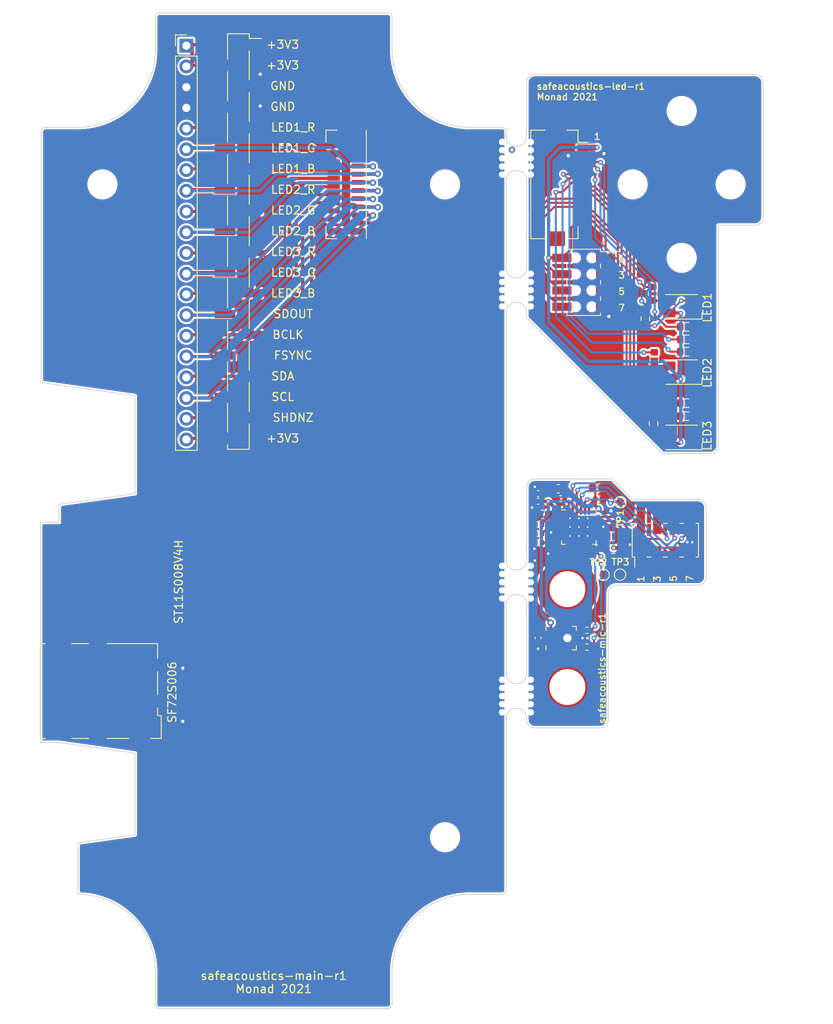
<source format=kicad_pcb>
(kicad_pcb (version 20201116) (generator pcbnew)
  (layers (0 "F.Cu" signal) (31 "B.Cu" signal) (34 "B.Paste" user) (35 "F.Paste" user) (36 "B.SilkS" user "B.Silkscreen") (37 "F.SilkS" user "F.Silkscreen") (38 "B.Mask" user) (39 "F.Mask" user) (44 "Edge.Cuts" user))
  (net 0 "")
  (net 1 "no_connect_19")
  (net 2 "no_connect_20")
  (net 3 "no_connect_21")
  (net 4 "no_connect_22")
  (net 5 "no_connect_23")
  (net 6 "no_connect_24")
  (net 7 "no_connect_25")
  (net 8 "no_connect_26")
  (net 9 "/+3V3")
  (net 10 "/SHDNZ")
  (net 11 "/SCL")
  (net 12 "/SDA")
  (net 13 "/FSYNC")
  (net 14 "/BCLK")
  (net 15 "/SDOUT")
  (net 16 "/LED3_B")
  (net 17 "/LED3_G")
  (net 18 "/LED3_R")
  (net 19 "/LED2_B")
  (net 20 "/LED2_G")
  (net 21 "/LED2_R")
  (net 22 "/LED1_B")
  (net 23 "/LED1_G")
  (net 24 "/LED1_R")
  (net 25 "/GND")
  (net 26 "no_connect_28")
  (net 27 "no_connect_34")
  (net 28 "no_connect_33")
  (net 29 "no_connect_32")
  (net 30 "no_connect_31")
  (net 31 "no_connect_30")
  (net 32 "no_connect_29")
  (net 33 "no_connect_27")
  (net 34 "no_connect_18")
  (net 35 "no_connect_35")
  (net 36 "GND")
  (net 37 "+3V3")
  (net 38 "Net-(LED1-Pad4)")
  (net 39 "Net-(LED1-Pad3)")
  (net 40 "Net-(LED1-Pad1)")
  (net 41 "Net-(LED2-Pad4)")
  (net 42 "Net-(LED2-Pad3)")
  (net 43 "Net-(LED2-Pad1)")
  (net 44 "Net-(LED3-Pad4)")
  (net 45 "Net-(LED3-Pad3)")
  (net 46 "Net-(LED3-Pad1)")
  (net 47 "Net-(MK1-Pad1)")
  (net 48 "Net-(MK1-Pad4)")
  (net 49 "Net-(C8-Pad2)")
  (net 50 "Net-(TP1-Pad1)")
  (net 51 "Net-(R2-Pad2)")
  (net 52 "Net-(R1-Pad2)")
  (net 53 "Net-(C2-Pad2)")
  (net 54 "Net-(C3-Pad2)")
  (net 55 "Net-(C4-Pad2)")
  (footprint "jeffmakes-footprints:PinSocket_2x04_P2.00mm_Vertical_SMD_Bottom_or_Top_Entry_AMPMODU" (layer "F.Cu") (at 37 -28)
    (fp_text reference "J1" hide)
    (fp_text value "2842142-4")
  )
  (footprint "Package_DFN_QFN:QFN-24-1EP_4x4mm_P0.5mm_EP2.65x2.65mm_ThermalVias" (layer "F.Cu") (at 36.4 2)
    (fp_text reference "U1" hide)
    (fp_text value "PCMD3180")
  )
  (footprint "Capacitor_SMD:C_0603_1608Metric" (layer "F.Cu") (at 33.875 -2.7)
    (fp_text reference "C8" hide)
    (fp_text value "10uF")
  )
  (footprint "Connector_PinHeader_2.54mm:PinHeader_1x20_P2.54mm_Vertical" (layer "F.Cu") (at -11.713803 -57)
    (fp_text reference "J5" hide)
    (fp_text value "Conn_01x20")
  )
  (footprint "Capacitor_SMD:C_0402_1005Metric" (layer "F.Cu") (at 31.4 2.8)
    (fp_text reference "C3" hide)
    (fp_text value "1uF")
  )
  (footprint "LED_SMD:LED_Avago_PLCC4_3.2x2.8mm_CW" (layer "F.Cu") (at 49 -9 180)
    (fp_text reference "LED3")
    (fp_text value "IN-P32TATRGB")
  )
  (footprint "Connector_FFC-FPC:Hirose_FH12-20S-0.5SH_1x20-1MP_P0.50mm_Horizontal" (layer "F.Cu") (at 35 -40 -90)
    (fp_text reference "J2" hide)
    (fp_text value "Conn_01x20")
  )
  (footprint "jeffmakes-footprints:Hirose_FH12-20S-0.5SVA_1x20-1MP_P0.50mm_Vertical" (layer "F.Cu") (at 7.1486 -40 90)
    (fp_text reference "J2" hide)
    (fp_text value "Conn_01x20")
  )
  (footprint "clipboard:780857b5-8bcc-49a6-8514-52950f455a3b" (layer "F.Cu") (at 27.4 -28.05 90)
    (fp_text reference "")
    (fp_text value "")
    (fp_line (start -2.5 1.4) (end -2.5 1.3) (layer "Edge.Cuts") (width 0.1))
    (fp_line (start 0.5 1.3) (end 0.5 1.4) (layer "Edge.Cuts") (width 0.1))
    (fp_arc (start -3.699998 1.4) (end -3.7 2.6) (angle -90) (layer "Edge.Cuts") (width 0.1))
    (fp_arc (start 1.7 1.400002) (end 1.7 2.6) (angle 90) (layer "Edge.Cuts") (width 0.1))
    (fp_arc (start -3.7 1.299998) (end -3.7 0.1) (angle 90) (layer "Edge.Cuts") (width 0.1))
    (fp_arc (start 1.699998 1.3) (end 1.7 0.1) (angle -90) (layer "Edge.Cuts") (width 0.1))
  )
  (footprint "MountingHole:MountingHole_3.2mm_M3_DIN965" (layer "F.Cu") (at -22.0014 -40)
    (fp_text reference "REF**" hide)
    (fp_text value "MountingHole_3.2mm_M3_DIN965")
  )
  (footprint "clipboard:780857b5-8bcc-49a6-8514-52950f455a3b" (layer "F.Cu") (at 27.4 21.7 90)
    (fp_text reference "")
    (fp_text value "")
    (fp_line (start 0.5 1.3) (end 0.5 1.4) (layer "Edge.Cuts") (width 0.1))
    (fp_line (start -2.5 1.4) (end -2.5 1.3) (layer "Edge.Cuts") (width 0.1))
    (fp_arc (start -3.7 1.299998) (end -3.7 0.1) (angle 90) (layer "Edge.Cuts") (width 0.1))
    (fp_arc (start 1.7 1.400002) (end 1.7 2.6) (angle 90) (layer "Edge.Cuts") (width 0.1))
    (fp_arc (start 1.699998 1.3) (end 1.7 0.1) (angle -90) (layer "Edge.Cuts") (width 0.1))
    (fp_arc (start -3.699998 1.4) (end -3.7 2.6) (angle -90) (layer "Edge.Cuts") (width 0.1))
  )
  (footprint "TestPoint:TestPoint_Pad_D1.0mm" (layer "F.Cu") (at 39.425 7.85 90)
    (fp_text reference "TP2")
    (fp_text value "TestPoint")
  )
  (footprint "TestPoint:TestPoint_Pad_D1.0mm" (layer "F.Cu") (at 41.485377 -1.060284 90)
    (fp_text reference "TP1")
    (fp_text value "TestPoint")
  )
  (footprint "Resistor_SMD:R_0402_1005Metric" (layer "F.Cu") (at 37.4 14.65)
    (fp_text reference "R2" hide)
    (fp_text value "22R")
  )
  (footprint "clipboard:780857b5-8bcc-49a6-8514-52950f455a3b" (layer "F.Cu") (at 27.4 -44.2 90)
    (fp_text reference "")
    (fp_text value "")
    (fp_line (start 0.5 1.3) (end 0.5 1.4) (layer "Edge.Cuts") (width 0.1))
    (fp_line (start -2.5 1.4) (end -2.5 1.3) (layer "Edge.Cuts") (width 0.1))
    (fp_arc (start -3.699998 1.4) (end -3.7 2.6) (angle -90) (layer "Edge.Cuts") (width 0.1))
    (fp_arc (start 1.699998 1.3) (end 1.7 0.1) (angle -90) (layer "Edge.Cuts") (width 0.1))
    (fp_arc (start -3.7 1.299998) (end -3.7 0.1) (angle 90) (layer "Edge.Cuts") (width 0.1))
    (fp_arc (start 1.7 1.400002) (end 1.7 2.6) (angle 90) (layer "Edge.Cuts") (width 0.1))
  )
  (footprint "Resistor_SMD:R_0603_1608Metric" (layer "F.Cu") (at 45.45 -26.6 -90)
    (fp_text reference "R1" hide)
    (fp_text value "22R")
  )
  (footprint "Capacitor_SMD:C_0402_1005Metric" (layer "F.Cu") (at 34.175 -1.5)
    (fp_text reference "C9" hide)
    (fp_text value "100nF")
  )
  (footprint "Resistor_SMD:R_0603_1608Metric" (layer "F.Cu") (at 49.65 -11.6)
    (fp_text reference "R6" hide)
    (fp_text value "22R")
  )
  (footprint "jeffmakes-footprints:microSD_JAE_ST11S008V4H" (layer "F.Cu") (at -29.2514 8.7 -90)
    (fp_text reference "J3" hide)
    (fp_text value "Micro_SD_Card_Det_JAE_ST11")
  )
  (footprint "TestPoint:TestPoint_Pad_D1.0mm" (layer "F.Cu") (at 41.45 7.825 90)
    (fp_text reference "TP3")
    (fp_text value "TestPoint")
  )
  (footprint "Resistor_SMD:R_0603_1608Metric" (layer "F.Cu") (at 49.65 -19.5)
    (fp_text reference "R5" hide)
    (fp_text value "22R")
  )
  (footprint "Capacitor_SMD:C_0603_1608Metric" (layer "F.Cu") (at 38.85 -2.8)
    (fp_text reference "C10" hide)
    (fp_text value "10uF")
  )
  (footprint "MountingHole:MountingHole_3.2mm_M3_DIN965" (layer "F.Cu") (at 19.9986 -40)
    (fp_text reference "REF**" hide)
    (fp_text value "MountingHole_3.2mm_M3_DIN965")
  )
  (footprint "jeffmakes-footprints:wurth-spacer-WA-SMSI-9774070360R" (layer "F.Cu") (at 35 9.6 90)
    (fp_text reference "REF**" hide)
    (fp_text value "wurth-spacer-WA-SMSI-9774070360")
  )
  (footprint "Resistor_SMD:R_0603_1608Metric" (layer "F.Cu") (at 49.65 -22.55)
    (fp_text reference "R7" hide)
    (fp_text value "100R")
  )
  (footprint "Resistor_SMD:R_0603_1608Metric" (layer "F.Cu") (at 49.65 -21)
    (fp_text reference "R8" hide)
    (fp_text value "100R")
  )
  (footprint "Capacitor_SMD:C_0603_1608Metric" (layer "F.Cu") (at 40.6 3.131255 180)
    (fp_text reference "C12" hide)
    (fp_text value "10uF")
  )
  (footprint "Resistor_SMD:R_0603_1608Metric" (layer "F.Cu") (at 44.55 -23.55 -90)
    (fp_text reference "R4" hide)
    (fp_text value "22R")
  )
  (footprint "MountingHole:MountingHole_3.2mm_M3_DIN965" (layer "F.Cu") (at 19.9986 40)
    (fp_text reference "REF**" hide)
    (fp_text value "MountingHole_3.2mm_M3_DIN965")
  )
  (footprint "Connector_JAE:JAE_SIM_Card_SF72S006" (layer "F.Cu") (at -24.2514 21.1 90)
    (fp_text reference "J1" hide)
    (fp_text value "JAE_SIM_Card_SF72S006")
  )
  (footprint "LED_SMD:LED_Avago_PLCC4_3.2x2.8mm_CW" (layer "F.Cu") (at 49 -17 180)
    (fp_text reference "LED2")
    (fp_text value "IN-P32TATRGB")
  )
  (footprint "Capacitor_SMD:C_0402_1005Metric" (layer "F.Cu") (at 31.4 1.675)
    (fp_text reference "C5" hide)
    (fp_text value "100nF")
  )
  (footprint "Resistor_SMD:R_0603_1608Metric" (layer "F.Cu") (at 45.55 -10.7 -90)
    (fp_text reference "R3" hide)
    (fp_text value "22R")
  )
  (footprint "Sensor_Audio:Knowles_LGA-5_3.5x2.65mm" (layer "F.Cu") (at 34.23 15.6 90)
    (fp_text reference "MK1" hide)
    (fp_text value "SPH0641LU4H-1")
  )
  (footprint "jeffmakes-footprints:wurth-spacer-WA-SMSI-9774070360R" (layer "F.Cu") (at 35 21.6 90)
    (fp_text reference "REF**" hide)
    (fp_text value "wurth-spacer-WA-SMSI-9774070360")
  )
  (footprint "Capacitor_SMD:C_0402_1005Metric" (layer "F.Cu") (at 31.4 3.9)
    (fp_text reference "C2" hide)
    (fp_text value "1uF")
  )
  (footprint "Connector_PinHeader_2.54mm:PinHeader_1x20_P2.54mm_Vertical_SMD_Pin1Right" (layer "F.Cu") (at -5.332817 -33)
    (fp_text reference "J4" hide)
    (fp_text value "Conn_01x20")
  )
  (footprint "clipboard:780857b5-8bcc-49a6-8514-52950f455a3b" (layer "F.Cu") (at 27.4 7.75 90)
    (fp_text reference "")
    (fp_text value "")
    (fp_line (start 0.5 1.3) (end 0.5 1.4) (layer "Edge.Cuts") (width 0.1))
    (fp_line (start -2.5 1.4) (end -2.5 1.3) (layer "Edge.Cuts") (width 0.1))
    (fp_arc (start -3.699998 1.4) (end -3.7 2.6) (angle -90) (layer "Edge.Cuts") (width 0.1))
    (fp_arc (start -3.7 1.299998) (end -3.7 0.1) (angle 90) (layer "Edge.Cuts") (width 0.1))
    (fp_arc (start 1.7 1.400002) (end 1.7 2.6) (angle 90) (layer "Edge.Cuts") (width 0.1))
    (fp_arc (start 1.699998 1.3) (end 1.7 0.1) (angle -90) (layer "Edge.Cuts") (width 0.1))
  )
  (footprint "Capacitor_SMD:C_0402_1005Metric" (layer "F.Cu") (at 31.4 15.6 -90)
    (fp_text reference "C1" hide)
    (fp_text value "100nF")
  )
  (footprint "Capacitor_SMD:C_0402_1005Metric" (layer "F.Cu") (at 31.415 -1.16)
    (fp_text reference "C7" hide)
    (fp_text value "100nF")
  )
  (footprint "Resistor_SMD:R_0603_1608Metric" (layer "F.Cu") (at 45.65 -18.6 -90)
    (fp_text reference "R2" hide)
    (fp_text value "22R")
  )
  (footprint "Resistor_SMD:R_0402_1005Metric" (layer "F.Cu") (at 37.4 16.7)
    (fp_text reference "R1" hide)
    (fp_text value "22R")
  )
  (footprint "Resistor_SMD:R_0603_1608Metric" (layer "F.Cu") (at 40.6 4.7)
    (fp_text reference "R3" hide)
    (fp_text value "10k")
  )
  (footprint "Capacitor_SMD:C_0603_1608Metric" (layer "F.Cu") (at 31.94 0.44)
    (fp_text reference "C4" hide)
    (fp_text value "10uF")
  )
  (footprint "LED_SMD:LED_Avago_PLCC4_3.2x2.8mm_CW" (layer "F.Cu") (at 49 -25 180)
    (fp_text reference "LED1")
    (fp_text value "IN-P32TATRGB")
  )
  (footprint "Capacitor_SMD:C_0402_1005Metric" (layer "F.Cu") (at 31.415 -2.1)
    (fp_text reference "C6" hide)
    (fp_text value "1uF")
  )
  (footprint "jeffmakes-footprints:PinHeader_2x04_P2.00mm_Vertical_SMD_AMPMODU" (layer "F.Cu") (at 47 3.6 90)
    (fp_text reference "J1" hide)
    (fp_text value "2842142-4")
  )
  (footprint "Resistor_SMD:R_0603_1608Metric" (layer "F.Cu") (at 49.65 -13.2)
    (fp_text reference "R9" hide)
    (fp_text value "100R")
  )
  (footprint "Capacitor_SMD:C_0402_1005Metric" (layer "F.Cu") (at 38.9 -1.45)
    (fp_text reference "C11" hide)
    (fp_text value "100nF")
  )
  (footprint "MountingHole:MountingHole_3.2mm_M3_DIN965" (layer "B.Cu") (at 55 -40 180)
    (fp_text reference "REF**" hide)
    (fp_text value "MountingHole_3.2mm_M3_DIN965")
  )
  (footprint "MountingHole:MountingHole_3.2mm_M3_DIN965" (layer "B.Cu") (at 43 -40 180)
    (fp_text reference "REF**" hide)
    (fp_text value "MountingHole_3.2mm_M3_DIN965")
  )
  (footprint "MountingHole:MountingHole_3.2mm_M3_DIN965" (layer "B.Cu") (at 49 -49 180)
    (fp_text reference "REF**" hide)
    (fp_text value "MountingHole_3.2mm_M3_DIN965")
  )
  (footprint "MountingHole:MountingHole_3.2mm_M3_DIN965" (layer "B.Cu") (at 49 -31 180)
    (fp_text reference "REF**" hide)
    (fp_text value "MountingHole_3.2mm_M3_DIN965")
  )
  (gr_line (start 46.65 -7) (end 52.5 -7) (layer "Edge.Cuts") (width 0.1))
  (gr_arc (start 13 -60.501402) (end 13.5 -60.5014) (angle -90) (layer "Edge.Cuts") (width 0.1))
  (gr_line (start 27.5 -45.9) (end 27.5 -46.5) (layer "Edge.Cuts") (width 0.1))
  (gr_line (start 39 26.6) (end 31 26.6) (layer "Edge.Cuts") (width 0.1))
  (gr_arc (start -29.002802 -46.5014) (end -29.0028 -47.0014) (angle -90) (layer "Edge.Cuts") (width 0.1))
  (gr_arc (start 27 -46.500004) (end 27.5 -46.5) (angle -90) (layer "Edge.Cuts") (width 0.1))
  (gr_arc (start 52.5 -7.999997) (end 52.5 -7) (angle -90) (layer "Edge.Cuts") (width 0.1))
  (gr_line (start 30 -52.5) (end 30 -45.9) (layer "Edge.Cuts") (width 0.1))
  (gr_arc (start -15.0028 60.501402) (end -15.5028 60.5014) (angle -90) (layer "Edge.Cuts") (width 0.1))
  (gr_arc (start 51 -0.400003) (end 51 -1.4) (angle 90) (layer "Edge.Cuts") (width 0.1))
  (gr_line (start 40 10.1) (end 40 25.6) (layer "Edge.Cuts") (width 0.1))
  (gr_line (start 30 25.4) (end 30.000003 25.600003) (layer "Edge.Cuts") (width 0.1))
  (gr_arc (start 58 -35.999997) (end 58 -35) (angle -90) (layer "Edge.Cuts") (width 0.1))
  (gr_line (start -15.5028 60.5014) (end -15.5028 56.5014) (layer "Edge.Cuts") (width 0.1))
  (gr_arc (start 31 25.600003) (end 31 26.6) (angle 90) (layer "Edge.Cuts") (width 0.1))
  (gr_line (start 13.5 -60.5014) (end 13.5 -56.5014) (layer "Edge.Cuts") (width 0.1))
  (gr_line (start 58.999997 -35.999997) (end 59 -52.5) (layer "Edge.Cuts") (width 0.1))
  (gr_arc (start 23 -56.501397) (end 13.5 -56.5014) (angle -90) (layer "Edge.Cuts") (width 0.1))
  (gr_line (start 27.5 -29.75) (end 27.5 -40.5) (layer "Edge.Cuts") (width 0.1))
  (gr_line (start 30 -24.35) (end 30 -23.65) (layer "Edge.Cuts") (width 0.1))
  (gr_line (start 42.95 -1.4) (end 51 -1.4) (layer "Edge.Cuts") (width 0.1))
  (gr_line (start 31 -3.9) (end 40.45 -3.9) (layer "Edge.Cuts") (width 0.1))
  (gr_arc (start 27.000002 46.5014) (end 27 47.0014) (angle -90) (layer "Edge.Cuts") (width 0.1))
  (gr_line (start -27.3014 28.3944) (end -18.0014 29.7014) (layer "Edge.Cuts") (width 0.1))
  (gr_arc (start 30.999997 -2.9) (end 30 -2.9) (angle 90) (layer "Edge.Cuts") (width 0.1))
  (gr_line (start 27 47.0014) (end 23 47.0014) (layer "Edge.Cuts") (width 0.1))
  (gr_line (start 23 -47.0014) (end 27 -47.0014) (layer "Edge.Cuts") (width 0.1))
  (gr_arc (start -25.002797 -56.5014) (end -25.0028 -47.0014) (angle -90) (layer "Edge.Cuts") (width 0.1))
  (gr_line (start 58 -53.5) (end 31 -53.5) (layer "Edge.Cuts") (width 0.1))
  (gr_line (start -27.3014 1.40141) (end -29.6014 1.40141) (layer "Edge.Cuts") (width 0.1))
  (gr_line (start 27.5 11.45) (end 27.5 20) (layer "Edge.Cuts") (width 0.1))
  (gr_arc (start -25.0028 56.501397) (end -15.5028 56.5014) (angle -90) (layer "Edge.Cuts") (width 0.1))
  (gr_arc (start 51.000003 8.1) (end 52 8.1) (angle 90) (layer "Edge.Cuts") (width 0.1))
  (gr_line (start 30 -23.65) (end 46.65 -7) (layer "Edge.Cuts") (width 0.1))
  (gr_line (start 40.45 -3.9) (end 42.95 -1.4) (layer "Edge.Cuts") (width 0.1))
  (gr_line (start -18.0014 -14.1056) (end -18.0014 -2.10562) (layer "Edge.Cuts") (width 0.1))
  (gr_line (start -27.3014 -0.798594) (end -18.0014 -2.10562) (layer "Edge.Cuts") (width 0.1))
  (gr_line (start 13 61.0014) (end -15.0028 61.0014) (layer "Edge.Cuts") (width 0.1))
  (gr_line (start 27.5 -24.35) (end 27.5 6.05) (layer "Edge.Cuts") (width 0.1))
  (gr_arc (start 40.999997 10.1) (end 40 10.1) (angle 90) (layer "Edge.Cuts") (width 0.1))
  (gr_line (start -29.5028 -46.5014) (end -29.5028 -15.722) (layer "Edge.Cuts") (width 0.1))
  (gr_line (start 30 -40.5) (end 30 -29.75) (layer "Edge.Cuts") (width 0.1))
  (gr_arc (start 31 -52.500003) (end 31 -53.5) (angle -90) (layer "Edge.Cuts") (width 0.1))
  (gr_arc (start -15.002802 -60.5014) (end -15.0028 -61.0014) (angle -90) (layer "Edge.Cuts") (width 0.1))
  (gr_line (start 51 9.1) (end 41 9.1) (layer "Edge.Cuts") (width 0.1))
  (gr_line (start -29.6014 28.3944) (end -27.3014 28.3944) (layer "Edge.Cuts") (width 0.1))
  (gr_line (start -27.3014 1.40141) (end -27.3014 -0.798594) (layer "Edge.Cuts") (width 0.1))
  (gr_arc (start 13.000002 60.5014) (end 13 61.0014) (angle -90) (layer "Edge.Cuts") (width 0.1))
  (gr_line (start -29.6014 1.40141) (end -29.6014 28.3944) (layer "Edge.Cuts") (width 0.1))
  (gr_line (start 30 6.05) (end 30 -2.9) (layer "Edge.Cuts") (width 0.1))
  (gr_line (start -18.0014 39.7014) (end -25.0028 40.6854) (layer "Edge.Cuts") (width 0.1))
  (gr_line (start -15.0028 -61.0014) (end 13 -61.0014) (layer "Edge.Cuts") (width 0.1))
  (gr_line (start 30 11.35) (end 30 20) (layer "Edge.Cuts") (width 0.1))
  (gr_line (start -25.0028 47.0014) (end -25.0028 40.6854) (layer "Edge.Cuts") (width 0.1))
  (gr_line (start 53.5 -35) (end 58 -35) (layer "Edge.Cuts") (width 0.1))
  (gr_line (start -15.5028 -56.5014) (end -15.5028 -60.5014) (layer "Edge.Cuts") (width 0.1))
  (gr_arc (start 58.000003 -52.5) (end 59 -52.5) (angle -90) (layer "Edge.Cuts") (width 0.1))
  (gr_line (start -29.5028 -15.722) (end -18.0014 -14.1056) (layer "Edge.Cuts") (width 0.1))
  (gr_line (start 27.5 25.4) (end 27.5 46.5014) (layer "Edge.Cuts") (width 0.1))
  (gr_line (start 52 -0.4) (end 52 8.1) (layer "Edge.Cuts") (width 0.1))
  (gr_line (start -18.0014 29.7014) (end -18.0014 39.7014) (layer "Edge.Cuts") (width 0.1))
  (gr_arc (start 22.999997 56.5014) (end 23 47.0014) (angle -90) (layer "Edge.Cuts") (width 0.1))
  (gr_line (start 13.5 56.5014) (end 13.5 60.5014) (layer "Edge.Cuts") (width 0.1))
  (gr_arc (start 39.000003 25.6) (end 40 25.6) (angle 90) (layer "Edge.Cuts") (width 0.1))
  (gr_line (start 53.5 -8) (end 53.5 -35) (layer "Edge.Cuts") (width 0.1))
  (gr_line (start -29.0028 -47.0014) (end -25.0028 -47.0014) (layer "Edge.Cuts") (width 0.1))
  (gr_text "LED3_R" (at 1.3786 -31.745) (layer "F.SilkS") (effects (font (size 1 1))))
  (gr_text "SF72S006" (at -13.4514 22.23 90) (layer "F.SilkS") (effects (font (size 1 1))))
  (gr_text "LED3_B" (at 1.3786 -26.665) (layer "F.SilkS") (effects (font (size 1 1))))
  (gr_text "safeacoustics-mic-r1" (at 39.25 19.3 90) (layer "F.SilkS") (effects (font (size 0.8 0.8))))
  (gr_text "safeacoustics-led-r1\nMonad 2021" (at 31.15 -51.3695) (layer "F.SilkS") (effects (font (size 0.8 0.8)) (justify left)))
  (gr_text "BCLK" (at 0.7436 -21.585) (layer "F.SilkS") (effects (font (size 1 1))))
  (gr_text "ST11S008V4H" (at -12.6514 8.7 90) (layer "F.SilkS") (effects (font (size 1 1))))
  (gr_text "LED3_G" (at 1.3786 -29.205) (layer "F.SilkS") (effects (font (size 1 1))))
  (gr_text "LED1_G" (at 1.3786 -44.445) (layer "F.SilkS") (effects (font (size 1 1))))
  (gr_text "LED1_R" (at 1.3786 -46.985) (layer "F.SilkS") (effects (font (size 1 1))))
  (gr_text "1" (at 44 8.35 90) (layer "F.SilkS") (effects (font (size 0.8 0.8))))
  (gr_text "GND" (at 0.1086 -49.525) (layer "F.SilkS") (effects (font (size 1 1))))
  (gr_text "3\n" (at 41.65 -28.8695) (layer "F.SilkS") (effects (font (size 0.8 0.8))))
  (gr_text "7" (at 41.65 -24.8695) (layer "F.SilkS") (effects (font (size 0.8 0.8))))
  (gr_text "LED1_B" (at 1.3786 -41.905) (layer "F.SilkS") (effects (font (size 1 1))))
  (gr_text "5" (at 41.65 -26.8695) (layer "F.SilkS") (effects (font (size 0.8 0.8))))
  (gr_text "safeacoustics-main-r1\nMonad 2021" (at -1.0014 57.79) (layer "F.SilkS") (effects (font (size 1 1))))
  (gr_text "7" (at 50 8.3 90) (layer "F.SilkS") (effects (font (size 0.8 0.8))))
  (gr_text "5" (at 48 8.3 90) (layer "F.SilkS") (effects (font (size 0.8 0.8))))
  (gr_text "3" (at 46 8.35 90) (layer "F.SilkS") (effects (font (size 0.8 0.8))))
  (gr_text "LED2_B" (at 1.3786 -34.285) (layer "F.SilkS") (effects (font (size 1 1))))
  (gr_text "+3V3" (at 0.1086 -54.605) (layer "F.SilkS") (effects (font (size 1 1))))
  (gr_text "FSYNC" (at 1.3786 -19.045) (layer "F.SilkS") (effects (font (size 1 1))))
  (gr_text "SDOUT" (at 1.3786 -24.125) (layer "F.SilkS") (effects (font (size 1 1))))
  (gr_text "LED2_G" (at 1.3786 -36.825) (layer "F.SilkS") (effects (font (size 1 1))))
  (gr_text "SDA" (at 0.1086 -16.505) (layer "F.SilkS") (effects (font (size 1 1))))
  (gr_text "SCL" (at 0.1086 -13.965) (layer "F.SilkS") (effects (font (size 1 1))))
  (gr_text "+3V3" (at 0.1086 -8.885) (layer "F.SilkS") (effects (font (size 1 1))))
  (gr_text "1" (at 38.65 -45.8695) (layer "F.SilkS") (effects (font (size 0.8 0.8))))
  (gr_text "LED2_R" (at 1.3786 -39.365) (layer "F.SilkS") (effects (font (size 1 1))))
  (gr_text "GND" (at 0.1086 -52.065) (layer "F.SilkS") (effects (font (size 1 1))))
  (gr_text "+3V3" (at 0.1086 -57.145) (layer "F.SilkS") (effects (font (size 1 1))))
  (gr_text "SHDNZ" (at 1.3786 -11.425) (layer "F.SilkS") (effects (font (size 1 1))))
  (gr_text "1" (at 41.65 -30.8695) (layer "F.SilkS") (effects (font (size 0.8 0.8))))
  (via (at 28.2 -44.25) (size 0.8) (drill 0.4) (layers "F.Cu" "B.Cu") (net 0))
  (segment (start 9.3486 -44.25) (end 12.0986 -44.25) (width 0.4) (layer "F.Cu") (net 9))
  (segment (start 12.4986 -35.25) (end 9.3486 -35.25) (width 0.4) (layer "F.Cu") (net 9))
  (segment (start 13.7486 -36.5) (end 12.4986 -35.25) (width 0.4) (layer "F.Cu") (net 9))
  (segment (start -6.987817 -54.59) (end 2.4586 -54.59) (width 0.4) (layer "F.Cu") (net 9))
  (segment (start -11.583803 -57.13) (end -11.713803 -57) (width 0.4) (layer "F.Cu") (net 9))
  (segment (start 9.3486 -44.25) (end 9.2986 -44.3) (width 0.4) (layer "F.Cu") (net 9))
  (segment (start 12.4986 -21.65) (end 12.4986 -35.25) (width 0.4) (layer "F.Cu") (net 9))
  (segment (start -6.987817 -8.87) (end -0.2814 -8.87) (width 0.4) (layer "F.Cu") (net 9))
  (segment (start -11.0014 -57) (end -11.0014 -55.172403) (width 0.4) (layer "F.Cu") (net 9))
  (segment (start 8.8486 -44.75) (end 6.3486 -44.75) (width 0.4) (layer "F.Cu") (net 9))
  (segment (start 3.5486 -53.5) (end 3.2486 -53.8) (width 0.4) (layer "F.Cu") (net 9))
  (segment (start 9.2986 -44.3) (end 8.8486 -44.75) (width 0.4) (layer "F.Cu") (net 9))
  (segment (start 12.0986 -44.25) (end 13.7486 -42.6) (width 0.4) (layer "F.Cu") (net 9))
  (segment (start 13.7486 -42.6) (end 13.7486 -36.5) (width 0.4) (layer "F.Cu") (net 9))
  (segment (start -3.677817 -57.13) (end -11.583803 -57.13) (width 0.4) (layer "F.Cu") (net 9))
  (segment (start 4.4986 -44.75) (end 3.5486 -45.7) (width 0.4) (layer "F.Cu") (net 9))
  (segment (start -0.0814 -57.13) (end -3.677817 -57.13) (width 0.4) (layer "F.Cu") (net 9))
  (segment (start -11.0014 -56.287597) (end -11.0014 -54.46) (width 0.4) (layer "F.Cu") (net 9))
  (segment (start 3.2486 -53.8) (end -0.0814 -57.13) (width 0.4) (layer "F.Cu") (net 9))
  (segment (start -0.2814 -8.87) (end 12.4986 -21.65) (width 0.4) (layer "F.Cu") (net 9))
  (segment (start 3.5486 -45.7) (end 3.5486 -53.5) (width 0.4) (layer "F.Cu") (net 9))
  (segment (start -11.713803 -57) (end -11.0014 -56.287597) (width 0.4) (layer "F.Cu") (net 9))
  (segment (start -11.713803 -8.74) (end -11.583803 -8.87) (width 0.4) (layer "F.Cu") (net 9))
  (segment (start 6.3486 -44.75) (end 4.4986 -44.75) (width 0.4) (layer "F.Cu") (net 9))
  (segment (start -11.713803 -54.46) (end -11.583803 -54.59) (width 0.4) (layer "F.Cu") (net 9))
  (segment (start -11.583803 -8.87) (end -6.987817 -8.87) (width 0.4) (layer "F.Cu") (net 9))
  (segment (start -11.0014 -55.172403) (end -11.713803 -54.46) (width 0.4) (layer "F.Cu") (net 9))
  (segment (start -11.583803 -54.59) (end -6.987817 -54.59) (width 0.4) (layer "F.Cu") (net 9))
  (segment (start 2.4586 -54.59) (end 3.2486 -53.8) (width 0.4) (layer "F.Cu") (net 9))
  (segment (start 39.846222 3.131255) (end 39.846222 4.622199) (width 0.25) (layer "F.Cu") (net 10))
  (segment (start 38.35 2.75) (end 39.464967 2.75) (width 0.25) (layer "F.Cu") (net 10))
  (segment (start 39.464967 2.75) (end 39.846222 3.131255) (width 0.25) (layer "F.Cu") (net 10))
  (segment (start 4.8986 -35.75) (end 6.3486 -35.75) (width 0.4) (layer "F.Cu") (net 10))
  (segment (start 39.675 -33.90218) (end 37.82718 -35.75) (width 0.25) (layer "F.Cu") (net 10))
  (segment (start -11.583803 -11.41) (end -3.677817 -11.41) (width 0.4) (layer "F.Cu") (net 10))
  (segment (start 3.6486 -34.5) (end 4.8986 -35.75) (width 0.4) (layer "F.Cu") (net 10))
  (segment (start -3.677817 -11.41) (end -2.8464 -11.41) (width 0.4) (layer "F.Cu") (net 10))
  (segment (start 39.846222 4.622199) (end 39.768421 4.7) (width 0.25) (layer "F.Cu") (net 10))
  (segment (start 39.768421 4.818421) (end 40.7 5.75) (width 0.25) (layer "F.Cu") (net 10))
  (segment (start 37.82718 -35.75) (end 36.85 -35.75) (width 0.25) (layer "F.Cu") (net 10))
  (segment (start -11.713803 -11.28) (end -11.583803 -11.41) (width 0.4) (layer "F.Cu") (net 10))
  (segment (start 42.4 6.85) (end 43.875 6.85) (width 0.25) (layer "F.Cu") (net 10))
  (segment (start -2.8464 -11.41) (end 3.6486 -17.905) (width 0.4) (layer "F.Cu") (net 10))
  (segment (start 41.8 6.85) (end 40.7 5.75) (width 0.25) (layer "F.Cu") (net 10))
  (segment (start 39.768421 4.7) (end 39.768421 4.818421) (width 0.25) (layer "F.Cu") (net 10))
  (segment (start 3.6486 -17.905) (end 3.6486 -34.5) (width 0.4) (layer "F.Cu") (net 10))
  (segment (start 39.675 -31) (end 39.675 -33.90218) (width 0.25) (layer "F.Cu") (net 10))
  (segment (start 43.875 6.85) (end 44 6.725) (width 0.25) (layer "F.Cu") (net 10))
  (segment (start 42.4 6.85) (end 41.8 6.85) (width 0.25) (layer "F.Cu") (net 10))
  (segment (start 46 4.95) (end 44.95 3.9) (width 0.25) (layer "F.Cu") (net 11))
  (segment (start 46 6.1) (end 46 4.95) (width 0.25) (layer "F.Cu") (net 11))
  (segment (start 42.6 3.186411) (end 42.6 3.1) (width 0.25) (layer "F.Cu") (net 11))
  (segment (start 40.35 -29) (end 41.17501 -29.82501) (width 0.25) (layer "F.Cu") (net 11))
  (segment (start 41.17501 -29.82501) (end 41.17501 -33.03858) (width 0.25) (layer "F.Cu") (net 11))
  (segment (start 11.0986 -36.25) (end 11.1486 -36.2) (width 0.4) (layer "F.Cu") (net 11))
  (segment (start -11.713803 -13.82) (end -7.117817 -13.82) (width 0.4) (layer "F.Cu") (net 11))
  (segment (start 46 6) (end 46 6.725) (width 0.25) (layer "F.Cu") (net 11))
  (segment (start 39.675 -29) (end 40.35 -29) (width 0.25) (layer "F.Cu") (net 11))
  (segment (start 44.95 3.9) (end 43.313589 3.9) (width 0.25) (layer "F.Cu") (net 11))
  (segment (start -7.117817 -13.82) (end -6.987817 -13.95) (width 0.4) (layer "F.Cu") (net 11))
  (segment (start 9.3486 -36.25) (end 11.0986 -36.25) (width 0.4) (layer "F.Cu") (net 11))
  (segment (start 37.96359 -36.25) (end 36.85 -36.25) (width 0.25) (layer "F.Cu") (net 11))
  (segment (start 43.313589 3.9) (end 42.6 3.186411) (width 0.25) (layer "F.Cu") (net 11))
  (segment (start 40.75 1.25) (end 38.35 1.25) (width 0.25) (layer "F.Cu") (net 11))
  (segment (start 42.6 3.1) (end 40.75 1.25) (width 0.25) (layer "F.Cu") (net 11))
  (segment (start 41.17501 -33.03858) (end 37.96359 -36.25) (width 0.25) (layer "F.Cu") (net 11))
  (via (at 11.1486 -36.2) (size 0.8) (drill 0.4) (layers "F.Cu" "B.Cu") (net 11))
  (segment (start -5.8514 -19.2) (end -5.8514 -17) (width 0.4) (layer "B.Cu") (net 11))
  (segment (start 11.1486 -36.2) (end -5.8514 -19.2) (width 0.4) (layer "B.Cu") (net 11))
  (segment (start -9.0314 -13.82) (end -11.713803 -13.82) (width 0.4) (layer "B.Cu") (net 11))
  (segment (start -5.8514 -17) (end -9.0314 -13.82) (width 0.4) (layer "B.Cu") (net 11))
  (segment (start 43.050011 3.000011) (end 43.050011 2.800011) (width 0.25) (layer "F.Cu") (net 12))
  (segment (start 39.675 -27) (end 40.35 -27) (width 0.25) (layer "F.Cu") (net 12))
  (segment (start -11.583803 -16.49) (end -3.677817 -16.49) (width 0.4) (layer "F.Cu") (net 12))
  (segment (start 43.050011 2.800011) (end 41 0.75) (width 0.25) (layer "F.Cu") (net 12))
  (segment (start 38.1 -36.75) (end 36.85 -36.75) (width 0.25) (layer "F.Cu") (net 12))
  (segment (start 2.5486 -21.885) (end 2.5486 -35) (width 0.4) (layer "F.Cu") (net 12))
  (segment (start -11.713803 -16.36) (end -11.583803 -16.49) (width 0.4) (layer "F.Cu") (net 12))
  (segment (start 41.649978 -33.200022) (end 38.1 -36.75) (width 0.25) (layer "F.Cu") (net 12))
  (segment (start 43.5 3.45) (end 43.050011 3.000011) (width 0.25) (layer "F.Cu") (net 12))
  (segment (start 48 6.1) (end 48 5.125004) (width 0.25) (layer "F.Cu") (net 12))
  (segment (start -3.677817 -16.49) (end -2.8464 -16.49) (width 0.4) (layer "F.Cu") (net 12))
  (segment (start -2.8464 -16.49) (end 2.5486 -21.885) (width 0.4) (layer "F.Cu") (net 12))
  (segment (start 41 0.75) (end 38.35 0.75) (width 0.25) (layer "F.Cu") (net 12))
  (segment (start 48 5.125004) (end 46.324996 3.45) (width 0.25) (layer "F.Cu") (net 12))
  (segment (start 2.5486 -35) (end 4.2986 -36.75) (width 0.4) (layer "F.Cu") (net 12))
  (segment (start 40.35 -27) (end 41.649978 -28.299978) (width 0.25) (layer "F.Cu") (net 12))
  (segment (start 4.2986 -36.75) (end 6.3486 -36.75) (width 0.4) (layer "F.Cu") (net 12))
  (segment (start 41.649978 -28.299978) (end 41.649978 -33.200022) (width 0.25) (layer "F.Cu") (net 12))
  (segment (start 46.324996 3.45) (end 43.5 3.45) (width 0.25) (layer "F.Cu") (net 12))
  (segment (start 11.6986 -37.25) (end 11.7486 -37.2) (width 0.4) (layer "F.Cu") (net 13))
  (segment (start 35.62793 -3.039075) (end 35.663564 -3.074709) (width 0.25) (layer "F.Cu") (net 13))
  (segment (start 35.62793 0.02793) (end 35.62793 -3.039075) (width 0.25) (layer "F.Cu") (net 13))
  (segment (start 46 1.1) (end 46 1.935002) (width 0.25) (layer "F.Cu") (net 13))
  (segment (start 32.02499 -30.62501) (end 32.02499 -35.87499) (width 0.25) (layer "F.Cu") (net 13))
  (segment (start -7.117817 -18.9) (end -6.987817 -19.03) (width 0.4) (layer "F.Cu") (net 13))
  (segment (start 33.65 -29) (end 32.02499 -30.62501) (width 0.25) (layer "F.Cu") (net 13))
  (segment (start -11.713803 -18.9) (end -7.117817 -18.9) (width 0.4) (layer "F.Cu") (net 13))
  (segment (start 9.3486 -37.25) (end 11.6986 -37.25) (width 0.4) (layer "F.Cu") (net 13))
  (segment (start 35.65 0.05) (end 35.62793 0.02793) (width 0.25) (layer "F.Cu") (net 13))
  (segment (start 34.325 -29) (end 33.65 -29) (width 0.25) (layer "F.Cu") (net 13))
  (segment (start 33.4 -37.25) (end 36.85 -37.25) (width 0.25) (layer "F.Cu") (net 13))
  (segment (start 47.2 3.135002) (end 47.2 3.4) (width 0.25) (layer "F.Cu") (net 13))
  (segment (start 46 1.935002) (end 47.2 3.135002) (width 0.25) (layer "F.Cu") (net 13))
  (segment (start 32.02499 -35.87499) (end 33.4 -37.25) (width 0.25) (layer "F.Cu") (net 13))
  (via (at 47.2 3.4) (size 0.6) (drill 0.3) (layers "F.Cu" "B.Cu") (net 13))
  (via (at 35.663564 -3.074709) (size 0.6) (drill 0.3) (layers "F.Cu" "B.Cu") (net 13))
  (via (at 11.7486 -37.2) (size 0.8) (drill 0.4) (layers "F.Cu" "B.Cu") (net 13))
  (segment (start 9.3486 -37.2) (end -8.9514 -18.9) (width 0.4) (layer "B.Cu") (net 13))
  (segment (start 44.4 0) (end 47.2 2.8) (width 0.25) (layer "B.Cu") (net 13))
  (segment (start 11.7486 -37.2) (end 9.3486 -37.2) (width 0.4) (layer "B.Cu") (net 13))
  (segment (start 35.663564 -3.074709) (end 35.963563 -3.374708) (width 0.25) (layer "B.Cu") (net 13))
  (segment (start 47.2 2.8) (end 47.2 3.4) (width 0.25) (layer "B.Cu") (net 13))
  (segment (start 35.963563 -3.374708) (end 40.275292 -3.374708) (width 0.25) (layer "B.Cu") (net 13))
  (segment (start 43.65 0) (end 44.4 0) (width 0.25) (layer "B.Cu") (net 13))
  (segment (start -8.9514 -18.9) (end -11.713803 -18.9) (width 0.4) (layer "B.Cu") (net 13))
  (segment (start 40.275292 -3.374708) (end 40.3 -3.35) (width 0.25) (layer "B.Cu") (net 13))
  (segment (start 40.3 -3.35) (end 43.65 0) (width 0.25) (layer "B.Cu") (net 13))
  (segment (start 3.9986 -37.75) (end 6.3486 -37.75) (width 0.4) (layer "F.Cu") (net 14))
  (segment (start 32.9 -37.75) (end 36.85 -37.75) (width 0.25) (layer "F.Cu") (net 14))
  (segment (start -11.583803 -21.57) (end -3.677817 -21.57) (width 0.4) (layer "F.Cu") (net 14))
  (segment (start 36.15 0.05) (end 36.15 -2.430793) (width 0.25) (layer "F.Cu") (net 14))
  (segment (start 32.824999 -28.239999) (end 32.824999 -29.161411) (width 0.25) (layer "F.Cu") (net 14))
  (segment (start 36.15 -2.430793) (end 36.252932 -2.533725) (width 0.25) (layer "F.Cu") (net 14))
  (segment (start 48 3.2) (end 48.158051 3.358051) (width 0.25) (layer "F.Cu") (net 14))
  (segment (start 1.7486 -27.7) (end 1.7486 -35.5) (width 0.4) (layer "F.Cu") (net 14))
  (segment (start 32.824999 -29.161411) (end 31.45 -30.53641) (width 0.25) (layer "F.Cu") (net 14))
  (segment (start 31.45 -30.53641) (end 31.45 -36.3) (width 0.25) (layer "F.Cu") (net 14))
  (segment (start 34.064998 -27) (end 32.824999 -28.239999) (width 0.25) (layer "F.Cu") (net 14))
  (segment (start -11.713803 -21.44) (end -11.583803 -21.57) (width 0.4) (layer "F.Cu") (net 14))
  (segment (start 34.325 -27) (end 34.064998 -27) (width 0.25) (layer "F.Cu") (net 14))
  (segment (start 31.45 -36.3) (end 32.9 -37.75) (width 0.25) (layer "F.Cu") (net 14))
  (segment (start -3.677817 -22.273583) (end 1.7486 -27.7) (width 0.4) (layer "F.Cu") (net 14))
  (segment (start 1.7486 -35.5) (end 3.9986 -37.75) (width 0.4) (layer "F.Cu") (net 14))
  (segment (start -3.677817 -21.57) (end -3.677817 -22.273583) (width 0.4) (layer "F.Cu") (net 14))
  (segment (start 48 1.1) (end 48 3.2) (width 0.25) (layer "F.Cu") (net 14))
  (via (at 48.158051 3.358051) (size 0.6) (drill 0.3) (layers "F.Cu" "B.Cu") (net 14))
  (via (at 36.252932 -2.533725) (size 0.6) (drill 0.3) (layers "F.Cu" "B.Cu") (net 14))
  (segment (start 36.252932 -2.533725) (end 36.569218 -2.850011) (width 0.25) (layer "B.Cu") (net 14))
  (segment (start 47.416102 4.1) (end 48.158051 3.358051) (width 0.25) (layer "B.Cu") (net 14))
  (segment (start 46.91359 4.1) (end 47.416102 4.1) (width 0.25) (layer "B.Cu") (net 14))
  (segment (start 39.963579 -2.850011) (end 46.91359 4.1) (width 0.25) (layer "B.Cu") (net 14))
  (segment (start 36.569218 -2.850011) (end 39.963579 -2.850011) (width 0.25) (layer "B.Cu") (net 14))
  (segment (start 11.0986 -38.25) (end 11.1486 -38.2) (width 0.4) (layer "F.Cu") (net 15))
  (segment (start 32.7 -38.25) (end 36.85 -38.25) (width 0.25) (layer "F.Cu") (net 15))
  (segment (start 36.65 -1.8) (end 36.8 -1.95) (width 0.25) (layer "F.Cu") (net 15))
  (segment (start -7.117817 -23.98) (end -6.987817 -24.11) (width 0.4) (layer "F.Cu") (net 15))
  (segment (start 36.65 0.05) (end 36.65 -1.8) (width 0.25) (layer "F.Cu") (net 15))
  (segment (start 30.85 -36.4) (end 32.7 -38.25) (width 0.25) (layer "F.Cu") (net 15))
  (segment (start -11.713803 -23.98) (end -7.117817 -23.98) (width 0.4) (layer "F.Cu") (net 15))
  (segment (start 50 2.4) (end 49 3.4) (width 0.25) (layer "F.Cu") (net 15))
  (segment (start 34.325 -25) (end 34.064998 -25) (width 0.25) (layer "F.Cu") (net 15))
  (segment (start 32.374988 -26.69001) (end 32.374988 -28.975012) (width 0.25) (layer "F.Cu") (net 15))
  (segment (start 32.374988 -28.975012) (end 30.85 -30.5) (width 0.25) (layer "F.Cu") (net 15))
  (segment (start 50 1.1) (end 50 2.4) (width 0.25) (layer "F.Cu") (net 15))
  (segment (start 34.064998 -25) (end 32.374988 -26.69001) (width 0.25) (layer "F.Cu") (net 15))
  (segment (start 9.3486 -38.25) (end 11.0986 -38.25) (width 0.4) (layer "F.Cu") (net 15))
  (segment (start 30.85 -30.5) (end 30.85 -36.4) (width 0.25) (layer "F.Cu") (net 15))
  (via (at 11.1486 -38.2) (size 0.8) (drill 0.4) (layers "F.Cu" "B.Cu") (net 15))
  (via (at 36.8 -1.95) (size 0.6) (drill 0.3) (layers "F.Cu" "B.Cu") (net 15))
  (via (at 49 3.4) (size 0.6) (drill 0.3) (layers "F.Cu" "B.Cu") (net 15))
  (segment (start 46.65 4.55) (end 47.85 4.55) (width 0.25) (layer "B.Cu") (net 15))
  (segment (start 7.9486 -38.2) (end -6.2714 -23.98) (width 0.4) (layer "B.Cu") (net 15))
  (segment (start -6.2714 -23.98) (end -11.713803 -23.98) (width 0.4) (layer "B.Cu") (net 15))
  (segment (start 11.1486 -38.2) (end 7.9486 -38.2) (width 0.4) (layer "B.Cu") (net 15))
  (segment (start 36.8 -1.95) (end 37.25 -2.4) (width 0.25) (layer "B.Cu") (net 15))
  (segment (start 37.25 -2.4) (end 39.7 -2.4) (width 0.25) (layer "B.Cu") (net 15))
  (segment (start 39.7 -2.4) (end 46.65 4.55) (width 0.25) (layer "B.Cu") (net 15))
  (segment (start 47.85 4.55) (end 49 3.4) (width 0.25) (layer "B.Cu") (net 15))
  (segment (start 0.9486 -33.049998) (end -3.677817 -28.423581) (width 0.4) (layer "F.Cu") (net 16))
  (segment (start 3.5986 -38.75) (end 0.9486 -36.1) (width 0.4) (layer "F.Cu") (net 16))
  (segment (start 0.9486 -36.1) (end 0.9486 -33.049998) (width 0.4) (layer "F.Cu") (net 16))
  (segment (start 42.25 -34.55) (end 38.05 -38.75) (width 0.25) (layer "F.Cu") (net 16))
  (segment (start -11.583803 -26.65) (end -3.677817 -26.65) (width 0.4) (layer "F.Cu") (net 16))
  (segment (start 45.55 -11.525) (end 42.25 -14.825) (width 0.25) (layer "F.Cu") (net 16))
  (segment (start -11.713803 -26.52) (end -11.583803 -26.65) (width 0.4) (layer "F.Cu") (net 16))
  (segment (start 6.3486 -38.75) (end 3.5986 -38.75) (width 0.4) (layer "F.Cu") (net 16))
  (segment (start 42.25 -14.825) (end 42.25 -34.55) (width 0.25) (layer "F.Cu") (net 16))
  (segment (start 38.05 -38.75) (end 36.85 -38.75) (width 0.25) (layer "F.Cu") (net 16))
  (segment (start -3.677817 -28.423581) (end -3.677817 -26.65) (width 0.4) (layer "F.Cu") (net 16))
  (segment (start 48.825 -11.6) (end 47.05 -11.6) (width 0.25) (layer "F.Cu") (net 17))
  (segment (start -11.583803 -29.19) (end -6.987817 -29.19) (width 0.4) (layer "F.Cu") (net 17))
  (segment (start 47.05 -11.6) (end 42.700011 -15.949989) (width 0.25) (layer "F.Cu") (net 17))
  (segment (start -11.713803 -29.06) (end -11.583803 -29.19) (width 0.4) (layer "F.Cu") (net 17))
  (segment (start 42.700011 -15.949989) (end 42.700011 -34.7364) (width 0.25) (layer "F.Cu") (net 17))
  (segment (start 42.700011 -34.7364) (end 38.186411 -39.25) (width 0.25) (layer "F.Cu") (net 17))
  (segment (start 9.3486 -39.25) (end 11.6986 -39.25) (width 0.4) (layer "F.Cu") (net 17))
  (segment (start 11.6986 -39.25) (end 11.7486 -39.2) (width 0.4) (layer "F.Cu") (net 17))
  (segment (start 38.186411 -39.25) (end 36.85 -39.25) (width 0.25) (layer "F.Cu") (net 17))
  (via (at 11.7486 -39.2) (size 0.8) (drill 0.4) (layers "F.Cu" "B.Cu") (net 17))
  (segment (start 11.7486 -39.2) (end 5.5486 -39.2) (width 0.4) (layer "B.Cu") (net 17))
  (segment (start -4.5914 -29.06) (end -11.713803 -29.06) (width 0.4) (layer "B.Cu") (net 17))
  (segment (start 5.5486 -39.2) (end -4.5914 -29.06) (width 0.4) (layer "B.Cu") (net 17))
  (segment (start 5.732898 -39.75) (end 5.682898 -39.7) (width 0.4) (layer "F.Cu") (net 18))
  (segment (start -0.2514 -33.5) (end -2.0214 -31.73) (width 0.4) (layer "F.Cu") (net 18))
  (segment (start -0.2514 -36.2) (end -0.2514 -33.5) (width 0.4) (layer "F.Cu") (net 18))
  (segment (start 48.825 -13.2) (end 46.25 -13.2) (width 0.25) (layer "F.Cu") (net 18))
  (segment (start -3.807817 -31.6) (end -11.713803 -31.6) (width 0.4) (layer "F.Cu") (net 18))
  (segment (start -2.0214 -31.73) (end -3.677817 -31.73) (width 0.4) (layer "F.Cu") (net 18))
  (segment (start -3.677817 -31.73) (end -3.807817 -31.6) (width 0.4) (layer "F.Cu") (net 18))
  (segment (start 5.682898 -39.7) (end 3.2486 -39.7) (width 0.4) (layer "F.Cu") (net 18))
  (segment (start 43.150022 -16.299978) (end 43.150022 -34.9228) (width 0.25) (layer "F.Cu") (net 18))
  (segment (start 38.322822 -39.75) (end 36.85 -39.75) (width 0.25) (layer "F.Cu") (net 18))
  (segment (start 3.2486 -39.7) (end -0.2514 -36.2) (width 0.4) (layer "F.Cu") (net 18))
  (segment (start 6.3486 -39.75) (end 5.732898 -39.75) (width 0.4) (layer "F.Cu") (net 18))
  (segment (start 43.150022 -34.9228) (end 38.322822 -39.75) (width 0.25) (layer "F.Cu") (net 18))
  (segment (start 46.25 -13.2) (end 43.150022 -16.299978) (width 0.25) (layer "F.Cu") (net 18))
  (segment (start -7.117817 -34.14) (end -6.987817 -34.27) (width 0.4) (layer "F.Cu") (net 19))
  (segment (start 44.375 -19.425) (end 44.35 -19.4) (width 0.25) (layer "F.Cu") (net 19))
  (segment (start 9.3486 -40.25) (end 11.0986 -40.25) (width 0.4) (layer "F.Cu") (net 19))
  (segment (start -11.713803 -34.14) (end -7.117817 -34.14) (width 0.4) (layer "F.Cu") (net 19))
  (segment (start 35.575002 -40.25) (end 34.375002 -39.05) (width 0.25) (layer "F.Cu") (net 19))
  (segment (start 45.65 -19.425) (end 44.375 -19.425) (width 0.25) (layer "F.Cu") (net 19))
  (segment (start 34.375002 -39.05) (end 33.57499 -39.05) (width 0.25) (layer "F.Cu") (net 19))
  (segment (start 11.0986 -40.25) (end 11.1486 -40.2) (width 0.4) (layer "F.Cu") (net 19))
  (segment (start 36.85 -40.25) (end 35.575002 -40.25) (width 0.25) (layer "F.Cu") (net 19))
  (via (at 11.1486 -40.2) (size 0.8) (drill 0.4) (layers "F.Cu" "B.Cu") (net 19))
  (via (at 44.35 -19.4) (size 0.6) (drill 0.3) (layers "F.Cu" "B.Cu") (net 19))
  (via (at 33.57499 -39.05) (size 0.6) (drill 0.3) (layers "F.Cu" "B.Cu") (net 19))
  (segment (start 2.0486 -40.2) (end -4.0114 -34.14) (width 0.4) (layer "B.Cu") (net 19))
  (segment (start 44.35 -19.4) (end 37.95 -19.4) (width 0.25) (layer "B.Cu") (net 19))
  (segment (start 37.95 -19.4) (end 33.57499 -23.77501) (width 0.25) (layer "B.Cu") (net 19))
  (segment (start 11.1486 -40.2) (end 2.0486 -40.2) (width 0.4) (layer "B.Cu") (net 19))
  (segment (start -4.0114 -34.14) (end -11.713803 -34.14) (width 0.4) (layer "B.Cu") (net 19))
  (segment (start 33.57499 -23.77501) (end 33.57499 -39.05) (width 0.25) (layer "B.Cu") (net 19))
  (segment (start -3.807817 -36.68) (end -11.713803 -36.68) (width 0.4) (layer "F.Cu") (net 20))
  (segment (start 6.3486 -40.75) (end 1.0936 -40.75) (width 0.4) (layer "F.Cu") (net 20))
  (segment (start 34.45 -40.05) (end 35.15 -40.75) (width 0.25) (layer "F.Cu") (net 20))
  (segment (start 1.0936 -40.75) (end -2.8464 -36.81) (width 0.4) (layer "F.Cu") (net 20))
  (segment (start 35.15 -40.75) (end 36.85 -40.75) (width 0.25) (layer "F.Cu") (net 20))
  (segment (start 48.825 -19.5) (end 47.6 -19.5) (width 0.25) (layer "F.Cu") (net 20))
  (segment (start 47.6 -19.5) (end 47.35 -19.75) (width 0.25) (layer "F.Cu") (net 20))
  (segment (start -2.8464 -36.81) (end -3.677817 -36.81) (width 0.4) (layer "F.Cu") (net 20))
  (segment (start -3.677817 -36.81) (end -3.807817 -36.68) (width 0.4) (layer "F.Cu") (net 20))
  (via (at 34.45 -40.05) (size 0.6) (drill 0.3) (layers "F.Cu" "B.Cu") (net 20))
  (via (at 47.35 -19.75) (size 0.6) (drill 0.3) (layers "F.Cu" "B.Cu") (net 20))
  (segment (start 34.399991 -39.999991) (end 34.45 -40.05) (width 0.25) (layer "B.Cu") (net 20))
  (segment (start 38.01359 -20.6) (end 34.399991 -24.213599) (width 0.25) (layer "B.Cu") (net 20))
  (segment (start 34.399991 -24.213599) (end 34.399991 -39.999991) (width 0.25) (layer "B.Cu") (net 20))
  (segment (start 47.35 -19.75) (end 46.5 -20.6) (width 0.25) (layer "B.Cu") (net 20))
  (segment (start 46.5 -20.6) (end 38.01359 -20.6) (width 0.25) (layer "B.Cu") (net 20))
  (segment (start 11.6986 -41.25) (end 11.7486 -41.3) (width 0.4) (layer "F.Cu") (net 21))
  (segment (start 34.5 -41.25) (end 36.85 -41.25) (width 0.25) (layer "F.Cu") (net 21))
  (segment (start -11.713803 -39.22) (end -11.583803 -39.35) (width 0.4) (layer "F.Cu") (net 21))
  (segment (start 48.825 -21) (end 47.4 -21) (width 0.25) (layer "F.Cu") (net 21))
  (segment (start -11.583803 -39.35) (end -6.987817 -39.35) (width 0.4) (layer "F.Cu") (net 21))
  (segment (start 9.3486 -41.25) (end 11.6986 -41.25) (width 0.4) (layer "F.Cu") (net 21))
  (via (at 11.7486 -41.3) (size 0.8) (drill 0.4) (layers "F.Cu" "B.Cu") (net 21))
  (via (at 34.5 -41.25) (size 0.6) (drill 0.3) (layers "F.Cu" "B.Cu") (net 21))
  (via (at 47.4 -21) (size 0.6) (drill 0.3) (layers "F.Cu" "B.Cu") (net 21))
  (segment (start 47.4 -21) (end 46.7 -21.7) (width 0.25) (layer "B.Cu") (net 21))
  (segment (start -2.7314 -39.22) (end -11.713803 -39.22) (width 0.4) (layer "B.Cu") (net 21))
  (segment (start 35.249999 -40.500001) (end 34.5 -41.25) (width 0.25) (layer "B.Cu") (net 21))
  (segment (start 37.249999 -22.000001) (end 35.249999 -24.000001) (width 0.25) (layer "B.Cu") (net 21))
  (segment (start 11.7486 -41.3) (end -0.6514 -41.3) (width 0.4) (layer "B.Cu") (net 21))
  (segment (start 46.7 -21.7) (end 37.55 -21.7) (width 0.25) (layer "B.Cu") (net 21))
  (segment (start 35.249999 -24.000001) (end 35.249999 -40.500001) (width 0.25) (layer "B.Cu") (net 21))
  (segment (start 37.55 -21.7) (end 37.249999 -22.000001) (width 0.25) (layer "B.Cu") (net 21))
  (segment (start -0.6514 -41.3) (end -2.7314 -39.22) (width 0.4) (layer "B.Cu") (net 21))
  (segment (start -11.713803 -41.76) (end -11.583803 -41.89) (width 0.4) (layer "F.Cu") (net 22))
  (segment (start 6.3486 -41.75) (end -3.537817 -41.75) (width 0.4) (layer "F.Cu") (net 22))
  (segment (start 44.475592 -27.425) (end 43.87499 -28.025602) (width 0.25) (layer "F.Cu") (net 22))
  (segment (start 45.45 -27.425) (end 44.475592 -27.425) (width 0.25) (layer "F.Cu") (net 22))
  (segment (start -3.537817 -41.75) (end -3.677817 -41.89) (width 0.4) (layer "F.Cu") (net 22))
  (segment (start 38.4 -41.25) (end 37.9 -41.75) (width 0.25) (layer "F.Cu") (net 22))
  (segment (start 37.9 -41.75) (end 36.85 -41.75) (width 0.25) (layer "F.Cu") (net 22))
  (segment (start -11.583803 -41.89) (end -3.677817 -41.89) (width 0.4) (layer "F.Cu") (net 22))
  (segment (start 38.4 -40.55) (end 38.4 -41.25) (width 0.25) (layer "F.Cu") (net 22))
  (via (at 43.87499 -28.025602) (size 0.6) (drill 0.3) (layers "F.Cu" "B.Cu") (net 22))
  (via (at 38.4 -40.55) (size 0.6) (drill 0.3) (layers "F.Cu" "B.Cu") (net 22))
  (segment (start 38.4 -33.500592) (end 43.87499 -28.025602) (width 0.25) (layer "B.Cu") (net 22))
  (segment (start 38.4 -40.55) (end 38.4 -33.500592) (width 0.25) (layer "B.Cu") (net 22))
  (segment (start 38.35 -42.25) (end 36.85 -42.25) (width 0.25) (layer "F.Cu") (net 23))
  (segment (start -11.713803 -44.3) (end -11.583803 -44.43) (width 0.4) (layer "F.Cu") (net 23))
  (segment (start 44.55 -24.375) (end 44.55 -25.25) (width 0.25) (layer "F.Cu") (net 23))
  (segment (start 44.55 -25.25) (end 44.1 -25.7) (width 0.25) (layer "F.Cu") (net 23))
  (segment (start -6.0864 -44.5) (end -6.1564 -44.43) (width 0.4) (layer "F.Cu") (net 23))
  (segment (start 38.7 -41.9) (end 38.35 -42.25) (width 0.25) (layer "F.Cu") (net 23))
  (segment (start -6.1564 -44.43) (end -6.987817 -44.43) (width 0.4) (layer "F.Cu") (net 23))
  (segment (start -11.583803 -44.43) (end -6.987817 -44.43) (width 0.4) (layer "F.Cu") (net 23))
  (segment (start 11.0986 -42.25) (end 11.1486 -42.2) (width 0.4) (layer "F.Cu") (net 23))
  (segment (start 9.3486 -42.25) (end 11.0986 -42.25) (width 0.4) (layer "F.Cu") (net 23))
  (via (at 38.7 -41.9) (size 0.6) (drill 0.3) (layers "F.Cu" "B.Cu") (net 23))
  (via (at 11.1486 -42.2) (size 0.8) (drill 0.4) (layers "F.Cu" "B.Cu") (net 23))
  (via (at 44.1 -25.7) (size 0.6) (drill 0.3) (layers "F.Cu" "B.Cu") (net 23))
  (segment (start 6.0486 -44.5) (end -11.513803 -44.5) (width 0.4) (layer "B.Cu") (net 23))
  (segment (start 44.5 -27.35) (end 44.5 -28.563589) (width 0.25) (layer "B.Cu") (net 23))
  (segment (start 39.049989 -34.0136) (end 39.049989 -41.550011) (width 0.25) (layer "B.Cu") (net 23))
  (segment (start 44.5 -28.563589) (end 39.049989 -34.0136) (width 0.25) (layer "B.Cu") (net 23))
  (segment (start 44.1 -25.7) (end 44.1 -26.95) (width 0.25) (layer "B.Cu") (net 23))
  (segment (start -11.513803 -44.5) (end -11.713803 -44.3) (width 0.4) (layer "B.Cu") (net 23))
  (segment (start 8.3486 -42.2) (end 6.0486 -44.5) (width 0.4) (layer "B.Cu") (net 23))
  (segment (start 39.049989 -41.550011) (end 38.7 -41.9) (width 0.25) (layer "B.Cu") (net 23))
  (segment (start 44.1 -26.95) (end 44.5 -27.35) (width 0.25) (layer "B.Cu") (net 23))
  (segment (start 11.1486 -42.2) (end 8.3486 -42.2) (width 0.4) (layer "B.Cu") (net 23))
  (segment (start -3.677817 -46.97) (end -1.7214 -46.97) (width 0.4) (layer "F.Cu") (net 24))
  (segment (start 48.825 -22.55) (end 47.125736 -22.55) (width 0.25) (layer "F.Cu") (net 24))
  (segment (start 47.125736 -22.55) (end 45.7 -23.975736) (width 0.25) (layer "F.Cu") (net 24))
  (segment (start 2.4986 -42.75) (end 6.3486 -42.75) (width 0.4) (layer "F.Cu") (net 24))
  (segment (start 39.05 -42.7) (end 39 -42.75) (width 0.25) (layer "F.Cu") (net 24))
  (segment (start -1.7214 -46.97) (end 2.4986 -42.75) (width 0.4) (layer "F.Cu") (net 24))
  (segment (start 39 -42.75) (end 36.85 -42.75) (width 0.25) (layer "F.Cu") (net 24))
  (segment (start -11.713803 -46.84) (end -11.583803 -46.97) (width 0.4) (layer "F.Cu") (net 24))
  (segment (start -11.583803 -46.97) (end -3.677817 -46.97) (width 0.4) (layer "F.Cu") (net 24))
  (segment (start 45.7 -23.975736) (end 45.7 -24.4) (width 0.25) (layer "F.Cu") (net 24))
  (via (at 45.7 -24.4) (size 0.6) (drill 0.3) (layers "F.Cu" "B.Cu") (net 24))
  (via (at 39.05 -42.7) (size 0.6) (drill 0.3) (layers "F.Cu" "B.Cu") (net 24))
  (segment (start 39.05 -42.7) (end 39.5 -42.25) (width 0.25) (layer "B.Cu") (net 24))
  (segment (start 39.5 -42.25) (end 39.5 -34.2) (width 0.25) (layer "B.Cu") (net 24))
  (segment (start 45.7 -28) (end 45.7 -24.4) (width 0.25) (layer "B.Cu") (net 24))
  (segment (start 39.5 -34.2) (end 45.7 -28) (width 0.25) (layer "B.Cu") (net 24))
  (via (at -2.6514 -49.6) (size 0.8) (drill 0.4) (layers "F.Cu" "B.Cu") (net 25))
  (via (at -12.1514 25.8) (size 0.8) (drill 0.4) (layers "F.Cu" "B.Cu") (net 25))
  (via (at -12.1514 19.3) (size 0.8) (drill 0.4) (layers "F.Cu" "B.Cu") (net 25))
  (via (at -2.6514 -53.5) (size 0.8) (drill 0.4) (layers "F.Cu" "B.Cu") (net 25))
  (segment (start 36.65 3.95) (end 36.65 4.65) (width 0.25) (layer "F.Cu") (net 36))
  (segment (start 35 16.262569) (end 35 16.8) (width 0.25) (layer "F.Cu") (net 36))
  (segment (start 35.65 3.95) (end 35.65 4.45) (width 0.25) (layer "F.Cu") (net 36))
  (segment (start 35.909298 4.7) (end 36.6 4.7) (width 0.25) (layer "F.Cu") (net 36))
  (segment (start 35.6625 15.6) (end 36.4 15.6) (width 0.25) (layer "F.Cu") (net 36))
  (segment (start 37.6 4.7) (end 38 4.7) (width 0.25) (layer "F.Cu") (net 36))
  (segment (start 37.65 4.65) (end 37.6 4.7) (width 0.25) (layer "F.Cu") (net 36))
  (segment (start 37.65 3.95) (end 37.65 4.5) (width 0.25) (layer "F.Cu") (net 36))
  (segment (start 34.45 2.25) (end 33.4 2.25) (width 0.25) (layer "F.Cu") (net 36))
  (segment (start 35.65 3.95) (end 35.65 4.5) (width 0.25) (layer "F.Cu") (net 36))
  (segment (start 36.6 4.7) (end 37.6 4.7) (width 0.25) (layer "F.Cu") (net 36))
  (segment (start 38 4.7) (end 38.55 4.15) (width 0.25) (layer "F.Cu") (net 36))
  (segment (start 38.35 2.25) (end 38.85 2.25) (width 0.25) (layer "F.Cu") (net 36))
  (segment (start 37.65 3.95) (end 37.65 4.65) (width 0.25) (layer "F.Cu") (net 36))
  (segment (start 36.65 4.65) (end 36.6 4.7) (width 0.25) (layer "F.Cu") (net 36))
  (segment (start 36.4 15.6) (end 36.85 15.6) (width 0.25) (layer "F.Cu") (net 36))
  (segment (start 33.4 2.25) (end 33 2.65) (width 0.25) (layer "F.Cu") (net 36))
  (segment (start 36.65 3.95) (end 36.65 4.5) (width 0.25) (layer "F.Cu") (net 36))
  (segment (start 35.659298 4.45) (end 35.909298 4.7) (width 0.25) (layer "F.Cu") (net 36))
  (segment (start 35.65 4.45) (end 35.659298 4.45) (width 0.25) (layer "F.Cu") (net 36))
  (segment (start 38.35 1.75) (end 38.85 1.75) (width 0.25) (layer "F.Cu") (net 36))
  (via (at 50.3 3.85) (size 0.6) (drill 0.3) (layers "F.Cu" "B.Cu") (net 36))
  (via (at 49.7 3.85) (size 0.6) (drill 0.3) (layers "F.Cu" "B.Cu") (net 36))
  (via (at 30.95 4.65) (size 0.6) (drill 0.3) (layers "F.Cu" "B.Cu") (net 36))
  (via (at 33 2.65) (size 0.6) (drill 0.3) (layers "F.Cu" "B.Cu") (net 36))
  (via (at 39.4 1.95) (size 0.6) (drill 0.3) (layers "F.Cu" "B.Cu") (net 36))
  (via (at 31.4 16.9) (size 0.6) (drill 0.3) (layers "F.Cu" "B.Cu") (net 36))
  (via (at 36.85 15.6) (size 0.6) (drill 0.3) (layers "F.Cu" "B.Cu") (net 36))
  (via (at 35.1 -43.525) (size 0.8) (drill 0.4) (layers "F.Cu" "B.Cu") (net 36))
  (via (at 31 -2.95) (size 0.6) (drill 0.3) (layers "F.Cu" "B.Cu") (net 36))
  (via (at 30.65 -0.4) (size 0.6) (drill 0.3) (layers "F.Cu" "B.Cu") (net 36))
  (via (at 42.673746 4.144056) (size 0.6) (drill 0.3) (layers "F.Cu" "B.Cu") (net 36))
  (via (at 34.35 -0.44999) (size 0.6) (drill 0.3) (layers "F.Cu" "B.Cu") (net 36))
  (via (at 31 6.1) (size 0.6) (drill 0.3) (layers "F.Cu" "B.Cu") (net 36))
  (via (at 40.075 -23.825) (size 0.8) (drill 0.4) (layers "F.Cu" "B.Cu") (net 36))
  (via (at 40.35 0) (size 0.8) (drill 0.4) (layers "F.Cu" "B.Cu") (net 36))
  (via (at 39.475 -43.775) (size 0.8) (drill 0.4) (layers "F.Cu" "B.Cu") (net 36))
  (via (at 37.45 15.6) (size 0.6) (drill 0.3) (layers "F.Cu" "B.Cu") (net 36))
  (via (at 38.55 4.15) (size 0.6) (drill 0.3) (layers "F.Cu" "B.Cu") (net 36))
  (via (at 32.65 5.25) (size 0.6) (drill 0.3) (layers "F.Cu" "B.Cu") (net 36))
  (segment (start 36 -35.25) (end 36.85 -35.25) (width 0.25) (layer "F.Cu") (net 37))
  (segment (start 33.95 0.75) (end 33.7 0.5) (width 0.3) (layer "F.Cu") (net 37))
  (segment (start 32.926 14.7625) (end 32.926 14.240998) (width 0.4) (layer "F.Cu") (net 37))
  (segment (start 47.5 -16.25) (end 48.8 -16.25) (width 0.4) (layer "F.Cu") (net 37))
  (segment (start 43.4 1.1) (end 42.85 1.65) (width 0.4) (layer "F.Cu") (net 37))
  (segment (start 32.65 -1.15) (end 32.64 -1.16) (width 0.4) (layer "F.Cu") (net 37))
  (segment (start 38.42 -2.455) (end 38.075 -2.8) (width 0.25) (layer "F.Cu") (net 37))
  (segment (start 41.493421 4.775) (end 41.725 4.775) (width 0.25) (layer "F.Cu") (net 37))
  (segment (start 38.350001 -44.250001) (end 38.65 -44.55) (width 0.25) (layer "F.Cu") (net 37))
  (segment (start 33.7 -0.1) (end 32.65 -1.15) (width 0.4) (layer "F.Cu") (net 37))
  (segment (start 36.85 -44.75) (end 38.45 -44.75) (width 0.25) (layer "F.Cu") (net 37))
  (segment (start 34.325 -31) (end 32.7 -31) (width 0.4) (layer "F.Cu") (net 37))
  (segment (start 41.275 4.55) (end 41.425 4.7) (width 0.4) (layer "F.Cu") (net 37))
  (segment (start 48.75 -8.25) (end 48.9 -8.4) (width 0.4) (layer "F.Cu") (net 37))
  (segment (start 37.65 -0.68) (end 38.42 -1.45) (width 0.3) (layer "F.Cu") (net 37))
  (segment (start 33.748 15.971002) (end 32.926 15.149002) (width 0.25) (layer "F.Cu") (net 37))
  (segment (start 37.65 0.05) (end 37.65 -0.3) (width 0.25) (layer "F.Cu") (net 37))
  (segment (start 38.42 -1.45) (end 38.42 -2.455) (width 0.25) (layer "F.Cu") (net 37))
  (segment (start 38.42 -1.45) (end 38.42 -0.63) (width 0.4) (layer "F.Cu") (net 37))
  (segment (start 41.418421 4.7) (end 41.493421 4.775) (width 0.25) (layer "F.Cu") (net 37))
  (segment (start 31.7575 14.7625) (end 31.4 15.12) (width 0.25) (layer "F.Cu") (net 37))
  (segment (start 37.65 -0.3) (end 37.65 -0.68) (width 0.3) (layer "F.Cu") (net 37))
  (segment (start 36.85 -44.25) (end 38 -44.25) (width 0.25) (layer "F.Cu") (net 37))
  (segment (start 41.418421 4.418421) (end 41.418421 4.7) (width 0.4) (layer "F.Cu") (net 37))
  (segment (start 32.926 14.7625) (end 31.7575 14.7625) (width 0.25) (layer "F.Cu") (net 37))
  (segment (start 33.7 -0.1) (end 33.7 0.5) (width 0.4) (layer "F.Cu") (net 37))
  (segment (start 48.85 -24.25) (end 48.9 -24.2) (width 0.4) (layer "F.Cu") (net 37))
  (segment (start 38.42 -0.63) (end 38.8 -0.25) (width 0.4) (layer "F.Cu") (net 37))
  (segment (start 38.45 -44.75) (end 38.65 -44.55) (width 0.25) (layer "F.Cu") (net 37))
  (segment (start 40.65 4.55) (end 41.275 4.55) (width 0.4) (layer "F.Cu") (net 37))
  (segment (start 47.5 -8.25) (end 48.75 -8.25) (width 0.4) (layer "F.Cu") (net 37))
  (segment (start 34.325 -31) (end 35.45 -32.125) (width 0.25) (layer "F.Cu") (net 37))
  (segment (start 48.8 -16.25) (end 48.9 -16.15) (width 0.4) (layer "F.Cu") (net 37))
  (segment (start 35.45 -34.7) (end 36 -35.25) (width 0.25) (layer "F.Cu") (net 37))
  (segment (start 38 -44.25) (end 38.350001 -44.250001) (width 0.25) (layer "F.Cu") (net 37))
  (segment (start 31.895 -1.16) (end 31.895 -2.06) (width 0.4) (layer "F.Cu") (net 37))
  (segment (start 32.95 13.7) (end 32.926 13.724) (width 0.4) (layer "F.Cu") (net 37))
  (segment (start 32.926 13.724) (end 32.926 14.240998) (width 0.4) (layer "F.Cu") (net 37))
  (segment (start 35.45 -32.125) (end 35.45 -34.7) (width 0.25) (layer "F.Cu") (net 37))
  (segment (start 32.64 -1.16) (end 31.895 -1.16) (width 0.4) (layer "F.Cu") (net 37))
  (segment (start 32.926 15.149002) (end 32.926 14.7625) (width 0.25) (layer "F.Cu") (net 37))
  (segment (start 34.45 0.75) (end 33.95 0.75) (width 0.3) (layer "F.Cu") (net 37))
  (segment (start 44 1.1) (end 43.4 1.1) (width 0.4) (layer "F.Cu") (net 37))
  (segment (start 47.5 -24.25) (end 48.85 -24.25) (width 0.4) (layer "F.Cu") (net 37))
  (segment (start 33.748 16.4375) (end 33.748 15.971002) (width 0.25) (layer "F.Cu") (net 37))
  (via (at 38.8 -0.25) (size 0.8) (drill 0.4) (layers "F.Cu" "B.Cu") (net 37))
  (via (at 48.9 -8.4) (size 0.6) (drill 0.3) (layers "F.Cu" "B.Cu") (net 37))
  (via (at 32.95 13.7) (size 0.8) (drill 0.4) (layers "F.Cu" "B.Cu") (net 37))
  (via (at 32.65 -1.15) (size 0.6) (drill 0.3) (layers "F.Cu" "B.Cu") (net 37))
  (via (at 40.65 4.55) (size 0.6) (drill 0.3) (layers "F.Cu" "B.Cu") (net 37))
  (via (at 38.65 -44.55) (size 0.6) (drill 0.3) (layers "F.Cu" "B.Cu") (net 37))
  (via (at 48.9 -24.2) (size 0.6) (drill 0.3) (layers "F.Cu" "B.Cu") (net 37))
  (via (at 42.85 1.65) (size 0.6) (drill 0.3) (layers "F.Cu" "B.Cu") (net 37))
  (via (at 48.9 -16.15) (size 0.6) (drill 0.3) (layers "F.Cu" "B.Cu") (net 37))
  (via (at 32.7 -31) (size 0.6) (drill 0.3) (layers "F.Cu" "B.Cu") (net 37))
  (segment (start 32.7 -43.1) (end 34.15 -44.55) (width 0.4) (layer "B.Cu") (net 37))
  (segment (start 46.75 -18.3) (end 48.9 -16.15) (width 0.4) (layer "B.Cu") (net 37))
  (segment (start 32.65 0.4) (end 31.8 1.25) (width 0.4) (layer "B.Cu") (net 37))
  (segment (start 48.9 -8.4) (end 48.9 -16.15) (width 0.4) (layer "B.Cu") (net 37))
  (segment (start 35.2343 -1.15) (end 32.65 -1.15) (width 0.4) (layer "B.Cu") (net 37))
  (segment (start 32.7 -31) (end 32.7 -43.1) (width 0.4) (layer "B.Cu") (net 37))
  (segment (start 34.15 -44.55) (end 38.65 -44.55) (width 0.4) (layer "B.Cu") (net 37))
  (segment (start 31.8 1.25) (end 31.8 12.55) (width 0.4) (layer "B.Cu") (net 37))
  (segment (start 38.4 0.15) (end 36.5343 0.15) (width 0.4) (layer "B.Cu") (net 37))
  (segment (start 40.65 4.55) (end 40.65 1.6) (width 0.4) (layer "B.Cu") (net 37))
  (segment (start 32.7 -23.15) (end 37.55 -18.3) (width 0.4) (layer "B.Cu") (net 37))
  (segment (start 42.85 1.65) (end 40.7 1.65) (width 0.4) (layer "B.Cu") (net 37))
  (segment (start 36.5343 0.15) (end 35.2343 -1.15) (width 0.4) (layer "B.Cu") (net 37))
  (segment (start 48.9 -16.15) (end 48.9 -24.2) (width 0.4) (layer "B.Cu") (net 37))
  (segment (start 40.65 1.6) (end 38.8 -0.25) (width 0.4) (layer "B.Cu") (net 37))
  (segment (start 31.8 12.55) (end 32.95 13.7) (width 0.4) (layer "B.Cu") (net 37))
  (segment (start 37.55 -18.3) (end 46.75 -18.3) (width 0.4) (layer "B.Cu") (net 37))
  (segment (start 40.7 1.65) (end 40.65 1.6) (width 0.4) (layer "B.Cu") (net 37))
  (segment (start 38.8 -0.25) (end 38.4 0.15) (width 0.4) (layer "B.Cu") (net 37))
  (segment (start 32.65 -1.15) (end 32.65 0.4) (width 0.4) (layer "B.Cu") (net 37))
  (segment (start 32.7 -31) (end 32.7 -23.15) (width 0.4) (layer "B.Cu") (net 37))
  (segment (start 45.7 -22.7) (end 44.575 -22.7) (width 0.25) (layer "F.Cu") (net 38))
  (segment (start 44.575 -22.7) (end 44.55 -22.725) (width 0.25) (layer "F.Cu") (net 38))
  (segment (start 50.5 -25.75) (end 48.95 -25.75) (width 0.25) (layer "F.Cu") (net 38))
  (via (at 45.7 -22.7) (size 0.6) (drill 0.3) (layers "F.Cu" "B.Cu") (net 38))
  (via (at 48.95 -25.75) (size 0.6) (drill 0.3) (layers "F.Cu" "B.Cu") (net 38))
  (segment (start 48.95 -25.75) (end 45.9 -22.7) (width 0.25) (layer "B.Cu") (net 38))
  (segment (start 45.9 -22.7) (end 45.7 -22.7) (width 0.25) (layer "B.Cu") (net 38))
  (segment (start 47.5 -25.75) (end 45.475 -25.75) (width 0.25) (layer "F.Cu") (net 39))
  (segment (start 45.475 -25.75) (end 45.45 -25.775) (width 0.25) (layer "F.Cu") (net 39))
  (segment (start 50.475 -24.225) (end 50.5 -24.25) (width 0.25) (layer "F.Cu") (net 40))
  (segment (start 50.475 -22.55) (end 50.475 -24.225) (width 0.25) (layer "F.Cu") (net 40))
  (segment (start 50.475 -17.775) (end 50.5 -17.75) (width 0.25) (layer "F.Cu") (net 41))
  (segment (start 50.475 -19.5) (end 50.475 -17.775) (width 0.25) (layer "F.Cu") (net 41))
  (segment (start 45.65 -17.775) (end 47.475 -17.775) (width 0.25) (layer "F.Cu") (net 42))
  (segment (start 47.475 -17.775) (end 47.5 -17.75) (width 0.25) (layer "F.Cu") (net 42))
  (segment (start 52.15 -20.15) (end 52.15 -17.514998) (width 0.25) (layer "F.Cu") (net 43))
  (segment (start 50.475 -21) (end 51.3 -21) (width 0.25) (layer "F.Cu") (net 43))
  (segment (start 52.15 -17.514998) (end 50.885002 -16.25) (width 0.25) (layer "F.Cu") (net 43))
  (segment (start 51.3 -21) (end 52.15 -20.15) (width 0.25) (layer "F.Cu") (net 43))
  (segment (start 50.885002 -16.25) (end 50.5 -16.25) (width 0.25) (layer "F.Cu") (net 43))
  (segment (start 50.475 -9.775) (end 50.5 -9.75) (width 0.25) (layer "F.Cu") (net 44))
  (segment (start 50.475 -11.6) (end 50.475 -9.775) (width 0.25) (layer "F.Cu") (net 44))
  (segment (start 47.375 -9.875) (end 47.5 -9.75) (width 0.25) (layer "F.Cu") (net 45))
  (segment (start 45.55 -9.875) (end 47.375 -9.875) (width 0.25) (layer "F.Cu") (net 45))
  (segment (start 51.3 -13.2) (end 50.475 -13.2) (width 0.25) (layer "F.Cu") (net 46))
  (segment (start 51.575001 -12.924999) (end 51.3 -13.2) (width 0.25) (layer "F.Cu") (net 46))
  (segment (start 50.5 -8.25) (end 50.8 -8.25) (width 0.25) (layer "F.Cu") (net 46))
  (segment (start 50.8 -8.25) (end 51.575001 -9.025001) (width 0.25) (layer "F.Cu") (net 46))
  (segment (start 51.575001 -9.025001) (end 51.575001 -12.924999) (width 0.25) (layer "F.Cu") (net 46))
  (segment (start 36.24 17.35) (end 33.8 17.35) (width 0.25) (layer "F.Cu") (net 47))
  (segment (start 33.8 17.35) (end 33.451998 17.35) (width 0.25) (layer "F.Cu") (net 47))
  (segment (start 36.89 16.7) (end 36.24 17.35) (width 0.25) (layer "F.Cu") (net 47))
  (segment (start 32.926 16.274) (end 32.926 16.4375) (width 0.25) (layer "F.Cu") (net 47))
  (segment (start 33.451998 17.35) (end 32.926 16.824002) (width 0.25) (layer "F.Cu") (net 47))
  (segment (start 32.926 16.824002) (end 32.926 16.4375) (width 0.25) (layer "F.Cu") (net 47))
  (segment (start 36.54 14.3) (end 34.2105 14.3) (width 0.25) (layer "F.Cu") (net 48))
  (segment (start 36.89 14.65) (end 36.54 14.3) (width 0.25) (layer "F.Cu") (net 48))
  (segment (start 34.2105 14.3) (end 33.748 14.7625) (width 0.25) (layer "F.Cu") (net 48))
  (segment (start 34.655 -2.695) (end 34.65 -2.7) (width 0.25) (layer "F.Cu") (net 49))
  (segment (start 35.15 -1.005) (end 34.655 -1.5) (width 0.25) (layer "F.Cu") (net 49))
  (segment (start 34.655 -1.5) (end 34.655 -2.695) (width 0.25) (layer "F.Cu") (net 49))
  (segment (start 35.15 0.05) (end 35.15 -1.005) (width 0.25) (layer "F.Cu") (net 49))
  (segment (start 41.485377 -1.060284) (end 40.410284 -1.060284) (width 0.25) (layer "F.Cu") (net 50))
  (segment (start 40.410284 -1.060284) (end 40.283051 -0.933051) (width 0.25) (layer "F.Cu") (net 50))
  (segment (start 37.15 -1.099254) (end 37.425373 -1.374627) (width 0.25) (layer "F.Cu") (net 50))
  (segment (start 37.15 0.05) (end 37.15 -1.099254) (width 0.25) (layer "F.Cu") (net 50))
  (via (at 40.283051 -0.933051) (size 0.6) (drill 0.3) (layers "F.Cu" "B.Cu") (net 50))
  (via (at 37.425373 -1.374627) (size 0.6) (drill 0.3) (layers "F.Cu" "B.Cu") (net 50))
  (segment (start 39.841475 -1.374627) (end 40.283051 -0.933051) (width 0.25) (layer "B.Cu") (net 50))
  (segment (start 37.425373 -1.374627) (end 39.841475 -1.374627) (width 0.25) (layer "B.Cu") (net 50))
  (segment (start 39.1 5.6) (end 41.3 7.8) (width 0.25) (layer "F.Cu") (net 51))
  (segment (start 37.91 14.5) (end 38.06 14.5) (width 0.25) (layer "F.Cu") (net 51))
  (segment (start 41.3 7.8) (end 41.3 7.85) (width 0.25) (layer "F.Cu") (net 51))
  (segment (start 38.06 14.5) (end 38.404988 14.155012) (width 0.25) (layer "F.Cu") (net 51))
  (segment (start 35.15 3.95) (end 35.15 4.65) (width 0.25) (layer "F.Cu") (net 51))
  (segment (start 35.650009 5.150009) (end 38.650009 5.150009) (width 0.25) (layer "F.Cu") (net 51))
  (segment (start 38.650009 5.150009) (end 39.1 5.6) (width 0.25) (layer "F.Cu") (net 51))
  (segment (start 35.15 4.65) (end 35.650009 5.150009) (width 0.25) (layer "F.Cu") (net 51))
  (via (at 39.1 5.6) (size 0.6) (drill 0.3) (layers "F.Cu" "B.Cu") (net 51))
  (via (at 38.404988 14.15) (size 0.6) (drill 0.3) (layers "F.Cu" "B.Cu") (net 51))
  (segment (start 39.1 5.6) (end 38.404988 6.295012) (width 0.25) (layer "B.Cu") (net 51))
  (segment (start 38.404988 6.295012) (end 38.404988 14.15) (width 0.25) (layer "B.Cu") (net 51))
  (segment (start 37.91 16.7) (end 38.25 16.36) (width 0.25) (layer "F.Cu") (net 52))
  (segment (start 34.45 4.586411) (end 35.463609 5.60002) (width 0.25) (layer "F.Cu") (net 52))
  (segment (start 39.15 7.35) (end 39.65 7.85) (width 0.25) (layer "F.Cu") (net 52))
  (segment (start 35.463609 5.60002) (end 38.20002 5.60002) (width 0.25) (layer "F.Cu") (net 52))
  (segment (start 38.20002 5.60002) (end 39.15 6.55) (width 0.25) (layer "F.Cu") (net 52))
  (segment (start 34.45 3.25) (end 34.45 4.586411) (width 0.25) (layer "F.Cu") (net 52))
  (segment (start 38.25 16.36) (end 38.25 15.6) (width 0.25) (layer "F.Cu") (net 52))
  (segment (start 39.15 6.55) (end 39.15 7.35) (width 0.25) (layer "F.Cu") (net 52))
  (via (at 38.25 15.6) (size 0.6) (drill 0.3) (layers "F.Cu" "B.Cu") (net 52))
  (via (at 39.15 6.55) (size 0.6) (drill 0.3) (layers "F.Cu" "B.Cu") (net 52))
  (segment (start 39.15 14.7) (end 38.25 15.6) (width 0.25) (layer "B.Cu") (net 52))
  (segment (start 39.15 6.55) (end 39.15 14.7) (width 0.25) (layer "B.Cu") (net 52))
  (segment (start 33.9 2.75) (end 34.45 2.75) (width 0.25) (layer "F.Cu") (net 53))
  (segment (start 32.75 3.9) (end 33.9 2.75) (width 0.25) (layer "F.Cu") (net 53))
  (segment (start 31.88 3.9) (end 32.75 3.9) (width 0.25) (layer "F.Cu") (net 53))
  (segment (start 32.898812 1.75) (end 31.88 2.768812) (width 0.25) (layer "F.Cu") (net 54))
  (segment (start 31.88 2.768812) (end 31.88 2.8) (width 0.25) (layer "F.Cu") (net 54))
  (segment (start 34.45 1.75) (end 32.898812 1.75) (width 0.25) (layer "F.Cu") (net 54))
  (segment (start 34.45 1.25) (end 33.525 1.25) (width 0.25) (layer "F.Cu") (net 55))
  (segment (start 33.525 1.25) (end 32.715 0.44) (width 0.25) (layer "F.Cu") (net 55))
  (segment (start 32.715 0.44) (end 32.715 0.765) (width 0.25) (layer "F.Cu") (net 55))
  (segment (start 32.715 0.765) (end 31.88 1.6) (width 0.25) (layer "F.Cu") (net 55))
  (zone (net 25) (net_name "/GND") (layers F&B.Cu) (connect_pads yes (clearance 0.25)) (min_thickness 0.254) (fill yes (thermal_gap 0.508) (thermal_bridge_width 0.508) (island_removal_mode 2) (island_area_min 50))
    (polygon (pts (xy 30.55 -62.6) (xy 30.85 62.9) (xy -31.65 62.9) (xy -31.65 -62.6)))
  )
  (zone (net 36) (net_name "GND") (layers F&B.Cu) (connect_pads yes (clearance 0.25)) (min_thickness 0.254) (fill yes (thermal_gap 0.508) (thermal_bridge_width 0.508) (island_removal_mode 2) (island_area_min 40))
    (polygon (pts (xy 29.15 -5.25) (xy 59.649998 -5.25) (xy 59.65 -54.25) (xy 29.150002 -54.25)))
  )
  (zone (net 36) (net_name "GND") (layers F&B.Cu) (connect_pads yes (clearance 0.25)) (min_thickness 0.2) (fill yes (thermal_gap 0.25) (thermal_bridge_width 0.25) (island_removal_mode 2) (island_area_min 20))
    (polygon (pts (xy 52 -4.399996) (xy 51.999992 27.1) (xy 29.5 27.099999) (xy 29.500001 -4.4)))
  )
)
</source>
